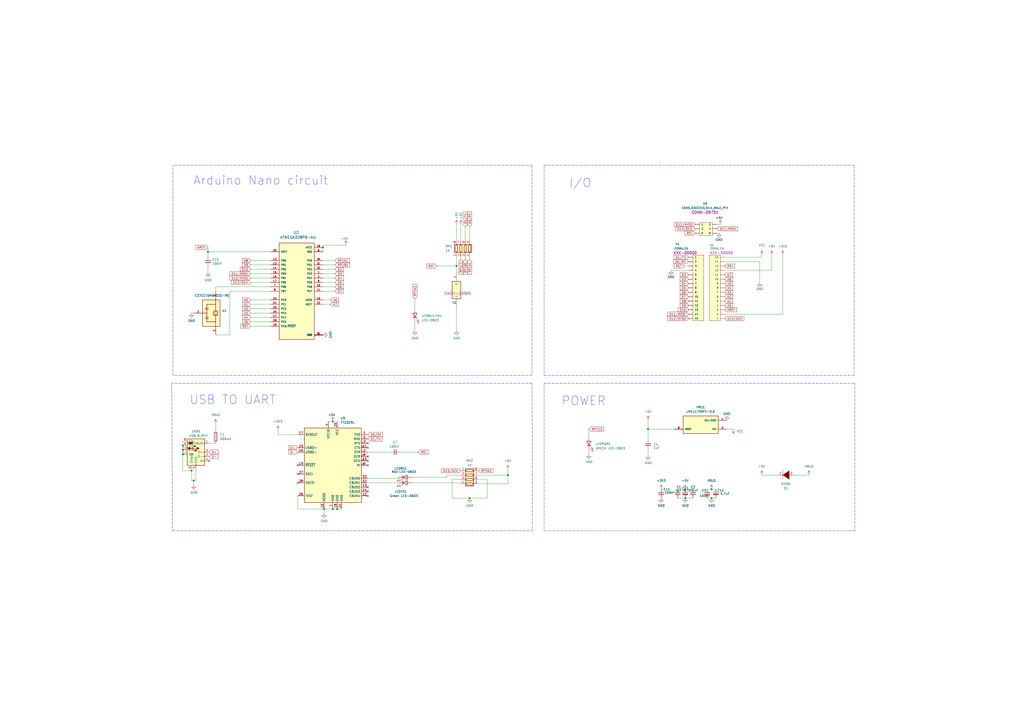
<source format=kicad_sch>
(kicad_sch (version 20211123) (generator eeschema)
  (paper "A2")
  (lib_symbols
    (symbol "CSTCE16M0V53Z-R0:CSTCE16M0V53Z-R0" (pin_names (offset 1.016))
      (property "Reference" "Y" (at -7.62 6.35 0))
      (property "Value" "CSTCE16M0V53Z-R0" (at 1.27 -6.35 0))
      (symbol "CSTCE16M0V53Z-R0_0_0"
        (rectangle (start -7.62 -5.08) (end 7.62 5.08) (stroke (width 0.254)) (fill (type background)))
        (polyline (pts (xy -7.62 2.54) (xy -5.08 2.54)) (stroke (width 0.254)))
        (polyline (pts (xy -5.08 -2.54) (xy -5.08 2.54)) (stroke (width 0.254)))
        (polyline (pts (xy -5.08 2.54) (xy -1.27 2.54)) (stroke (width 0.254)))
        (polyline (pts (xy -2.8575 -2.54) (xy -5.08 -2.54)) (stroke (width 0.254)))
        (polyline (pts (xy -2.8575 -2.54) (xy -2.8575 -3.4925)) (stroke (width 0.254)))
        (polyline (pts (xy -2.8575 -1.5875) (xy -2.8575 -2.54)) (stroke (width 0.254)))
        (polyline (pts (xy -2.2225 -2.54) (xy -2.2225 -3.4925)) (stroke (width 0.254)))
        (polyline (pts (xy -2.2225 -1.5875) (xy -2.2225 -2.54)) (stroke (width 0.254)))
        (polyline (pts (xy -1.27 2.54) (xy -1.27 1.27)) (stroke (width 0.254)))
        (polyline (pts (xy -1.27 3.81) (xy -1.27 2.54)) (stroke (width 0.254)))
        (polyline (pts (xy -0.635 1.27) (xy -0.635 3.81)) (stroke (width 0.254)))
        (polyline (pts (xy -0.635 3.81) (xy 0.635 3.81)) (stroke (width 0.254)))
        (polyline (pts (xy 0 -5.08) (xy 0 -2.54)) (stroke (width 0.254)))
        (polyline (pts (xy 0 -2.54) (xy -2.2225 -2.54)) (stroke (width 0.254)))
        (polyline (pts (xy 0 -2.54) (xy 2.54 -2.54)) (stroke (width 0.254)))
        (polyline (pts (xy 0.635 1.27) (xy -0.635 1.27)) (stroke (width 0.254)))
        (polyline (pts (xy 0.635 3.81) (xy 0.635 1.27)) (stroke (width 0.254)))
        (polyline (pts (xy 1.27 2.54) (xy 1.27 1.27)) (stroke (width 0.254)))
        (polyline (pts (xy 1.27 2.54) (xy 5.08 2.54)) (stroke (width 0.254)))
        (polyline (pts (xy 1.27 3.81) (xy 1.27 2.54)) (stroke (width 0.254)))
        (polyline (pts (xy 2.54 -2.54) (xy 2.54 -3.4925)) (stroke (width 0.254)))
        (polyline (pts (xy 2.54 -1.5875) (xy 2.54 -2.54)) (stroke (width 0.254)))
        (polyline (pts (xy 3.175 -2.54) (xy 3.175 -3.4925)) (stroke (width 0.254)))
        (polyline (pts (xy 3.175 -2.54) (xy 5.08 -2.54)) (stroke (width 0.254)))
        (polyline (pts (xy 3.175 -1.5875) (xy 3.175 -2.54)) (stroke (width 0.254)))
        (polyline (pts (xy 5.08 -2.54) (xy 5.08 2.54)) (stroke (width 0.254)))
        (polyline (pts (xy 5.08 2.54) (xy 7.62 2.54)) (stroke (width 0.254)))
        (pin input line (at -12.7 2.54 0) (length 5.08) (name "~") (number "1"))
        (pin power_in line (at 0 -10.16 90) (length 5.08) (name "~") (number "2"))
        (pin output line (at 12.7 2.54 180) (length 5.08) (name "~") (number "3"))
      )
    )
    (symbol "Connector:USB_B_Mini" (pin_names (offset 1.016))
      (property "Reference" "USB2" (at 0 12.065 0))
      (property "Value" "USB_B_Mini" (at 1.4478 9.5504 0))
      (symbol "USB_B_Mini_0_1"
        (rectangle (start -5.08 -7.62) (end 5.08 7.62) (stroke (width 0.254)) (fill (type background)))
        (circle (center -3.81 2.159) (radius 0.635) (stroke (width 0.254)) (fill (type outline)))
        (circle (center -0.635 3.429) (radius 0.381) (stroke (width 0.254)) (fill (type outline)))
        (rectangle (start -0.127 -7.62) (end 0.127 -6.858))
        (polyline (pts (xy -1.905 2.159) (xy 0.635 2.159)) (stroke (width 0.254)))
        (polyline (pts (xy -3.175 2.159) (xy -2.54 2.159) (xy -1.27 3.429) (xy -0.635 3.429)) (stroke (width 0.254)))
        (polyline (pts (xy -2.54 2.159) (xy -1.905 2.159) (xy -1.27 0.889) (xy 0 0.889)) (stroke (width 0.254)))
        (polyline (pts (xy 0.635 2.794) (xy 0.635 1.524) (xy 1.905 2.159) (xy 0.635 2.794)) (stroke (width 0.254)) (fill (type outline)))
        (polyline (pts (xy -4.318 5.588) (xy -1.778 5.588) (xy -2.032 4.826) (xy -4.064 4.826) (xy -4.318 5.588)) (fill (type outline)))
        (polyline (pts (xy -4.699 5.842) (xy -4.699 5.588) (xy -4.445 4.826) (xy -4.445 4.572) (xy -1.651 4.572) (xy -1.651 4.826) (xy -1.397 5.588) (xy -1.397 5.842) (xy -4.699 5.842)))
        (rectangle (start 0.254 1.27) (end -0.508 0.508) (stroke (width 0.254)) (fill (type outline)))
        (rectangle (start 5.08 -5.207) (end 4.318 -4.953))
        (rectangle (start 5.08 -2.667) (end 4.318 -2.413))
        (rectangle (start 5.08 -0.127) (end 4.318 0.127))
        (rectangle (start 5.08 4.953) (end 4.318 5.207))
      )
      (symbol "USB_B_Mini_1_1"
        (pin power_out line (at 7.62 5.08 180) (length 2.54) (name "VBUS") (number "1"))
        (pin passive line (at -7.62 1.27 0) (length 2.54) (name "CH") (number "10"))
        (pin passive line (at -7.62 -1.27 0) (length 2.54) (name "CH") (number "11"))
        (pin bidirectional line (at 7.62 -2.54 180) (length 2.54) (name "D-") (number "2"))
        (pin bidirectional line (at 7.62 0 180) (length 2.54) (name "D+") (number "3"))
        (pin passive line (at 7.62 -5.08 180) (length 2.54) (name "ID") (number "4"))
        (pin power_out line (at 0 -10.16 90) (length 2.54) (name "GND") (number "5"))
        (pin passive line (at -2.54 -10.16 90) (length 2.54) (name "Shield") (number "6"))
        (pin passive line (at -7.62 6.35 0) (length 2.54) (name "CH") (number "8"))
        (pin passive line (at -7.62 3.81 0) (length 2.54) (name "CH") (number "9"))
      )
    )
    (symbol "Device:C_Polarized_Small" (pin_numbers hide) (pin_names (offset 0.254) hide)
      (property "Reference" "C" (at 0.254 1.778 0))
      (property "Value" "C_Polarized_Small" (at 0.254 -2.032 0))
      (symbol "C_Polarized_Small_0_1"
        (rectangle (start -1.524 -0.3048) (end 1.524 -0.6858) (fill (type outline)))
        (rectangle (start -1.524 0.6858) (end 1.524 0.3048))
        (polyline (pts (xy -1.27 1.524) (xy -0.762 1.524)))
        (polyline (pts (xy -1.016 1.27) (xy -1.016 1.778)))
      )
      (symbol "C_Polarized_Small_1_1"
        (pin passive line (at 0 2.54 270) (length 1.8542) (name "~") (number "1"))
        (pin passive line (at 0 -2.54 90) (length 1.8542) (name "~") (number "2"))
      )
    )
    (symbol "Device:C_Small" (pin_numbers hide) (pin_names (offset 0.254) hide)
      (property "Reference" "C" (at 0.254 1.778 0))
      (property "Value" "C_Small" (at 0.254 -2.032 0))
      (symbol "C_Small_0_1"
        (polyline (pts (xy -1.524 -0.508) (xy 1.524 -0.508)) (stroke (width 0.3302)))
        (polyline (pts (xy -1.524 0.508) (xy 1.524 0.508)) (stroke (width 0.3048)))
      )
      (symbol "C_Small_1_1"
        (pin passive line (at 0 2.54 270) (length 2.032) (name "~") (number "1"))
        (pin passive line (at 0 -2.54 90) (length 2.032) (name "~") (number "2"))
      )
    )
    (symbol "Device:Fuse" (pin_numbers hide) (pin_names (offset 0))
      (property "Reference" "F" (at 2.032 0 90))
      (property "Value" "Fuse" (at -1.905 0 90))
      (symbol "Fuse_0_1"
        (rectangle (start -0.762 -2.54) (end 0.762 2.54) (stroke (width 0.254)))
        (polyline (pts (xy 0 2.54) (xy 0 -2.54)))
      )
      (symbol "Fuse_1_1"
        (pin passive line (at 0 3.81 270) (length 1.27) (name "~") (number "1"))
        (pin passive line (at 0 -3.81 90) (length 1.27) (name "~") (number "2"))
      )
    )
    (symbol "Device:LED" (pin_numbers hide) (pin_names (offset 1.016) hide)
      (property "Reference" "D" (at 0 2.54 0))
      (property "Value" "LED" (at 0 -2.54 0))
      (symbol "LED_0_1"
        (polyline (pts (xy -1.27 -1.27) (xy -1.27 1.27)) (stroke (width 0.254)))
        (polyline (pts (xy -1.27 0) (xy 1.27 0)))
        (polyline (pts (xy 1.27 -1.27) (xy 1.27 1.27) (xy -1.27 0) (xy 1.27 -1.27)) (stroke (width 0.254)))
        (polyline (pts (xy -3.048 -0.762) (xy -4.572 -2.286) (xy -3.81 -2.286) (xy -4.572 -2.286) (xy -4.572 -1.524)))
        (polyline (pts (xy -1.778 -0.762) (xy -3.302 -2.286) (xy -2.54 -2.286) (xy -3.302 -2.286) (xy -3.302 -1.524)))
      )
      (symbol "LED_1_1"
        (pin passive line (at -3.81 0 0) (length 2.54) (name "K") (number "1"))
        (pin passive line (at 3.81 0 180) (length 2.54) (name "A") (number "2"))
      )
    )
    (symbol "Device:R_Pack04" (pin_names (offset 0) hide)
      (property "Reference" "RN" (at -7.62 0 90))
      (property "Value" "R_Pack04" (at 5.08 0 90))
      (symbol "R_Pack04_0_1"
        (rectangle (start -6.35 -2.413) (end 3.81 2.413) (stroke (width 0.254)) (fill (type background)))
        (rectangle (start -5.715 1.905) (end -4.445 -1.905) (stroke (width 0.254)))
        (rectangle (start -3.175 1.905) (end -1.905 -1.905) (stroke (width 0.254)))
        (rectangle (start -0.635 1.905) (end 0.635 -1.905) (stroke (width 0.254)))
        (polyline (pts (xy -5.08 -2.54) (xy -5.08 -1.905)))
        (polyline (pts (xy -5.08 1.905) (xy -5.08 2.54)))
        (polyline (pts (xy -2.54 -2.54) (xy -2.54 -1.905)))
        (polyline (pts (xy -2.54 1.905) (xy -2.54 2.54)))
        (polyline (pts (xy 0 -2.54) (xy 0 -1.905)))
        (polyline (pts (xy 0 1.905) (xy 0 2.54)))
        (polyline (pts (xy 2.54 -2.54) (xy 2.54 -1.905)))
        (polyline (pts (xy 2.54 1.905) (xy 2.54 2.54)))
        (rectangle (start 1.905 1.905) (end 3.175 -1.905) (stroke (width 0.254)))
      )
      (symbol "R_Pack04_1_1"
        (pin passive line (at -5.08 -5.08 90) (length 2.54) (name "R1.1") (number "1"))
        (pin passive line (at -2.54 -5.08 90) (length 2.54) (name "R2.1") (number "2"))
        (pin passive line (at 0 -5.08 90) (length 2.54) (name "R3.1") (number "3"))
        (pin passive line (at 2.54 -5.08 90) (length 2.54) (name "R4.1") (number "4"))
        (pin passive line (at 2.54 5.08 270) (length 2.54) (name "R4.2") (number "5"))
        (pin passive line (at 0 5.08 270) (length 2.54) (name "R3.2") (number "6"))
        (pin passive line (at -2.54 5.08 270) (length 2.54) (name "R2.2") (number "7"))
        (pin passive line (at -5.08 5.08 270) (length 2.54) (name "R1.2") (number "8"))
      )
    )
    (symbol "Interface_USB:FT232RL"
      (property "Reference" "U" (at -16.51 22.86 0))
      (property "Value" "FT232RL" (at 10.16 22.86 0))
      (symbol "FT232RL_0_1"
        (rectangle (start -16.51 21.59) (end 16.51 -21.59) (stroke (width 0.254)) (fill (type background)))
      )
      (symbol "FT232RL_1_1"
        (pin output line (at 20.32 17.78 180) (length 3.81) (name "TXD") (number "1"))
        (pin input input_low (at 20.32 2.54 180) (length 3.81) (name "DCD") (number "10"))
        (pin input input_low (at 20.32 10.16 180) (length 3.81) (name "CTS") (number "11"))
        (pin bidirectional line (at 20.32 -17.78 180) (length 3.81) (name "CBUS4") (number "12"))
        (pin bidirectional line (at 20.32 -12.7 180) (length 3.81) (name "CBUS2") (number "13"))
        (pin bidirectional line (at 20.32 -15.24 180) (length 3.81) (name "CBUS3") (number "14"))
        (pin bidirectional line (at -20.32 10.16 0) (length 3.81) (name "USBD+") (number "15"))
        (pin bidirectional line (at -20.32 7.62 0) (length 3.81) (name "USBD-") (number "16"))
        (pin power_out line (at -20.32 17.78 0) (length 3.81) (name "3V3OUT") (number "17"))
        (pin power_in line (at 2.54 -25.4 90) (length 3.81) (name "GND") (number "18"))
        (pin input line (at -20.32 0 0) (length 3.81) (name "~{RESET}") (number "19"))
        (pin output output_low (at 20.32 7.62 180) (length 3.81) (name "DTR") (number "2"))
        (pin power_in line (at 2.54 25.4 270) (length 3.81) (name "VCC") (number "20"))
        (pin power_in line (at 5.08 -25.4 90) (length 3.81) (name "GND") (number "21"))
        (pin bidirectional line (at 20.32 -10.16 180) (length 3.81) (name "CBUS1") (number "22"))
        (pin bidirectional line (at 20.32 -7.62 180) (length 3.81) (name "CBUS0") (number "23"))
        (pin power_in line (at -5.08 -25.4 90) (length 3.81) (name "AGND") (number "25"))
        (pin input line (at -20.32 -17.78 0) (length 3.81) (name "TEST") (number "26"))
        (pin input line (at -20.32 -5.08 0) (length 3.81) (name "OSCI") (number "27"))
        (pin output line (at -20.32 -10.16 0) (length 3.81) (name "OSCO") (number "28"))
        (pin output output_low (at 20.32 12.7 180) (length 3.81) (name "RTS") (number "3"))
        (pin power_in line (at -2.54 25.4 270) (length 3.81) (name "VCCIO") (number "4"))
        (pin input line (at 20.32 15.24 180) (length 3.81) (name "RXD") (number "5"))
        (pin input input_low (at 20.32 0 180) (length 3.81) (name "RI") (number "6"))
        (pin power_in line (at 0 -25.4 90) (length 3.81) (name "GND") (number "7"))
        (pin input input_low (at 20.32 5.08 180) (length 3.81) (name "DCR") (number "9"))
      )
    )
    (symbol "LM1117IMPX-5.0:LM1117IMPX-5.0" (pin_names (offset 1.016))
      (property "Reference" "VR" (at -10.16 6.35 0))
      (property "Value" "LM1117IMPX-5.0" (at -10.16 -7.62 0))
      (symbol "LM1117IMPX-5.0_0_0"
        (rectangle (start -10.16 -5.08) (end 10.16 5.08) (stroke (width 0.254)) (fill (type background)))
        (pin input line (at -15.24 -2.54 0) (length 5.08) (name "ADJ/GND") (number "1"))
        (pin output line (at 15.24 2.54 180) (length 5.08) (name "VOUT") (number "2"))
        (pin input line (at -15.24 2.54 0) (length 5.08) (name "VIN") (number "3"))
        (pin output line (at 15.24 2.54 180) (length 5.08) (name "VOUT") (number "4"))
      )
    )
    (symbol "SKRK:SKRKAEE010" (pin_names (offset 1.016))
      (property "Reference" "S" (at 10.1893 5.0946 0))
      (property "Value" "SKRKAEE010" (at 10.1811 -5.0906 0))
      (symbol "SKRKAEE010_0_0"
        (rectangle (start 5.08 -2.54) (end 15.24 2.54) (stroke (width 0.254)) (fill (type background)))
        (pin passive line (at 0 0 0) (length 5.08) (name "1") (number "1"))
        (pin passive line (at 20.32 0 180) (length 5.08) (name "2") (number "2"))
      )
    )
    (symbol "SparkFun Connector Lib:CONN_03X22X3_SILK_MALE_PTH" (pin_numbers hide) (pin_names (offset 1.016))
      (property "Reference" "H3" (at -0.635 14.605 0))
      (property "Value" "CONN_03X22X3_SILK_MALE_PTH" (at -0.635 12.065 0))
      (property "Field4" "CONN-09701" (at -0.635 9.525 0))
      (symbol "CONN_03X22X3_SILK_MALE_PTH_0_1"
        (rectangle (start 3.81 -3.81) (end -3.81 3.81) (fill (type background)))
      )
      (symbol "CONN_03X22X3_SILK_MALE_PTH_1_1"
        (pin passive line (at -6.35 2.54 0) (length 2.54) (name "1") (number "1"))
        (pin passive line (at 6.35 2.54 180) (length 2.54) (name "2") (number "2"))
        (pin passive line (at -6.35 0 0) (length 2.54) (name "3") (number "3"))
        (pin passive line (at 6.35 0 180) (length 2.54) (name "4") (number "4"))
        (pin passive line (at -6.35 -2.54 0) (length 2.54) (name "5") (number "5"))
        (pin passive line (at 6.35 -2.54 180) (length 2.54) (name "6") (number "6"))
      )
    )
    (symbol "SparkFun Connector Lib:CONN_15" (pin_numbers hide) (pin_names (offset 1.016))
      (property "Reference" "J" (at -6.35 38.1 0))
      (property "Value" "CONN_15" (at -6.35 -3.81 0))
      (property "Field4" "XXX-00000" (at 0 41.91 0))
      (symbol "CONN_15_0_1"
        (rectangle (start 0 -1.27) (end -6.35 36.83) (fill (type background)))
      )
      (symbol "CONN_15_1_1"
        (pin passive line (at 2.54 0 180) (length 2.54) (name "1") (number "1"))
        (pin passive line (at 2.54 22.86 180) (length 2.54) (name "10") (number "10"))
        (pin passive line (at 2.54 25.4 180) (length 2.54) (name "11") (number "11"))
        (pin passive line (at 2.54 27.94 180) (length 2.54) (name "12") (number "12"))
        (pin passive line (at 2.54 30.48 180) (length 2.54) (name "13") (number "13"))
        (pin passive line (at 2.54 33.02 180) (length 2.54) (name "14") (number "14"))
        (pin passive line (at 2.54 35.56 180) (length 2.54) (name "15") (number "15"))
        (pin passive line (at 2.54 2.54 180) (length 2.54) (name "2") (number "2"))
        (pin passive line (at 2.54 5.08 180) (length 2.54) (name "3") (number "3"))
        (pin passive line (at 2.54 7.62 180) (length 2.54) (name "4") (number "4"))
        (pin passive line (at 2.54 10.16 180) (length 2.54) (name "5") (number "5"))
        (pin passive line (at 2.54 12.7 180) (length 2.54) (name "6") (number "6"))
        (pin passive line (at 2.54 15.24 180) (length 2.54) (name "7") (number "7"))
        (pin passive line (at 2.54 17.78 180) (length 2.54) (name "8") (number "8"))
        (pin passive line (at 2.54 20.32 180) (length 2.54) (name "9") (number "9"))
      )
    )
    (symbol "atmega328p au:ATMEGA328P-AU" (pin_names (offset 1.016))
      (property "Reference" "U" (at -10.1755 29.2546 0))
      (property "Value" "ATMEGA328P-AU" (at -10.1669 -31.7714 0))
      (symbol "ATMEGA328P-AU_0_0"
        (rectangle (start -10.16 -27.94) (end 10.16 27.94) (stroke (width 0.254)) (fill (type background)))
        (pin bidirectional line (at 15.24 10.16 180) (length 5.08) (name "PD3") (number "1"))
        (pin bidirectional line (at 15.24 2.54 180) (length 5.08) (name "PD6") (number "10"))
        (pin bidirectional line (at 15.24 0 180) (length 5.08) (name "PD7") (number "11"))
        (pin bidirectional line (at -15.24 17.78 0) (length 5.08) (name "PB0") (number "12"))
        (pin bidirectional line (at -15.24 15.24 0) (length 5.08) (name "PB1") (number "13"))
        (pin bidirectional line (at -15.24 12.7 0) (length 5.08) (name "PB2") (number "14"))
        (pin bidirectional line (at -15.24 10.16 0) (length 5.08) (name "PB3") (number "15"))
        (pin bidirectional line (at -15.24 7.62 0) (length 5.08) (name "PB4") (number "16"))
        (pin bidirectional line (at -15.24 5.08 0) (length 5.08) (name "PB5") (number "17"))
        (pin power_in line (at 15.24 25.4 180) (length 5.08) (name "AVCC") (number "18"))
        (pin bidirectional line (at 15.24 -5.08 180) (length 5.08) (name "ADC6") (number "19"))
        (pin bidirectional line (at 15.24 7.62 180) (length 5.08) (name "PD4") (number "2"))
        (pin input line (at -15.24 22.86 0) (length 5.08) (name "AREF") (number "20"))
        (pin power_in line (at 15.24 -25.4 180) (length 5.08) (name "GND") (number "21"))
        (pin bidirectional line (at 15.24 -7.62 180) (length 5.08) (name "ADC7") (number "22"))
        (pin bidirectional line (at -15.24 -5.08 0) (length 5.08) (name "PC0") (number "23"))
        (pin bidirectional line (at -15.24 -7.62 0) (length 5.08) (name "PC1") (number "24"))
        (pin bidirectional line (at -15.24 -10.16 0) (length 5.08) (name "PC2") (number "25"))
        (pin bidirectional line (at -15.24 -12.7 0) (length 5.08) (name "PC3") (number "26"))
        (pin bidirectional line (at -15.24 -15.24 0) (length 5.08) (name "PC4") (number "27"))
        (pin bidirectional line (at -15.24 -17.78 0) (length 5.08) (name "PC5") (number "28"))
        (pin bidirectional line (at -15.24 -20.32 0) (length 5.08) (name "PC6/~{RESET}") (number "29"))
        (pin power_in line (at 15.24 -25.4 180) (length 5.08) (name "GND") (number "3"))
        (pin bidirectional line (at 15.24 17.78 180) (length 5.08) (name "PD0") (number "30"))
        (pin bidirectional line (at 15.24 15.24 180) (length 5.08) (name "PD1") (number "31"))
        (pin bidirectional line (at 15.24 12.7 180) (length 5.08) (name "PD2") (number "32"))
        (pin power_in line (at 15.24 22.86 180) (length 5.08) (name "VCC") (number "4"))
        (pin power_in line (at 15.24 -25.4 180) (length 5.08) (name "GND") (number "5"))
        (pin power_in line (at 15.24 22.86 180) (length 5.08) (name "VCC") (number "6"))
        (pin bidirectional line (at -15.24 2.54 0) (length 5.08) (name "PB6") (number "7"))
        (pin bidirectional line (at -15.24 0 0) (length 5.08) (name "PB7") (number "8"))
        (pin bidirectional line (at 15.24 5.08 180) (length 5.08) (name "PD5") (number "9"))
      )
    )
    (symbol "power:+3V3" (power) (pin_names (offset 0))
      (property "Value" "+3V3" (at 0 3.556 0))
      (symbol "+3V3_0_1"
        (polyline (pts (xy -0.762 1.27) (xy 0 2.54)))
        (polyline (pts (xy 0 0) (xy 0 2.54)))
        (polyline (pts (xy 0 2.54) (xy 0.762 1.27)))
      )
      (symbol "+3V3_1_1"
        (pin power_in line (at 0 0 90) (length 0) hide (name "+3V3") (number "1"))
      )
    )
    (symbol "power:+5V" (power) (pin_names (offset 0))
      (property "Value" "+5V" (at 0 3.556 0))
      (symbol "+5V_0_1"
        (polyline (pts (xy -0.762 1.27) (xy 0 2.54)))
        (polyline (pts (xy 0 0) (xy 0 2.54)))
        (polyline (pts (xy 0 2.54) (xy 0.762 1.27)))
      )
      (symbol "+5V_1_1"
        (pin power_in line (at 0 0 90) (length 0) hide (name "+5V") (number "1"))
      )
    )
    (symbol "power:GND" (power) (pin_names (offset 0))
      (property "Value" "GND" (at 0 -3.81 0))
      (symbol "GND_0_1"
        (polyline (pts (xy 0 0) (xy 0 -1.27) (xy 1.27 -1.27) (xy 0 -2.54) (xy -1.27 -1.27) (xy 0 -1.27)))
      )
      (symbol "GND_1_1"
        (pin power_in line (at 0 0 270) (length 0) hide (name "GND") (number "1"))
      )
    )
    (symbol "power:VBUS" (power) (pin_names (offset 0))
      (property "Value" "VBUS" (at 0 3.81 0))
      (symbol "VBUS_0_1"
        (polyline (pts (xy -0.762 1.27) (xy 0 2.54)))
        (polyline (pts (xy 0 0) (xy 0 2.54)))
        (polyline (pts (xy 0 2.54) (xy 0.762 1.27)))
      )
      (symbol "VBUS_1_1"
        (pin power_in line (at 0 0 90) (length 0) hide (name "VBUS") (number "1"))
      )
    )
    (symbol "power:VCC" (power) (pin_names (offset 0))
      (property "Value" "VCC" (at 0 3.81 0))
      (symbol "VCC_0_1"
        (polyline (pts (xy -0.762 1.27) (xy 0 2.54)))
        (polyline (pts (xy 0 0) (xy 0 2.54)))
        (polyline (pts (xy 0 2.54) (xy 0.762 1.27)))
      )
      (symbol "VCC_1_1"
        (pin power_in line (at 0 0 90) (length 0) hide (name "VCC") (number "1"))
      )
    )
    (symbol "pspice:DIODE" (pin_names (offset 1.016) hide)
      (property "Reference" "D1" (at 0 7.62 0))
      (property "Value" "DIODE" (at 0 5.08 0))
      (symbol "DIODE_0_1"
        (polyline (pts (xy 1.905 2.54) (xy 1.905 -2.54)))
        (polyline (pts (xy -1.905 2.54) (xy -1.905 -2.54) (xy 1.905 0)) (fill (type outline)))
      )
      (symbol "DIODE_1_1"
        (pin input line (at 5.08 0 180) (length 3.81) (name "A") (number "1"))
        (pin input line (at -5.08 0 0) (length 3.81) (name "K") (number "2"))
      )
    )
  )
  (junction (at 120.65 146.05))
  (junction (at 106.045 260.985))
  (junction (at 272.415 288.925))
  (junction (at 193.04 244.475))
  (junction (at 397.51 288.925))
  (junction (at 294.64 275.59))
  (junction (at 375.92 248.92))
  (junction (at 111.125 273.05))
  (junction (at 264.795 154.305))
  (junction (at 195.58 295.275))
  (junction (at 187.96 295.275))
  (junction (at 106.045 263.525))
  (junction (at 412.75 283.845))
  (junction (at 193.04 295.275))
  (junction (at 397.51 283.845))
  (junction (at 187.325 143.51))
  (junction (at 112.395 278.765))
  (junction (at 412.75 288.925))
  (junction (at 106.045 258.445))
  (no_connect (at 213.36 267.335))
  (no_connect (at 213.36 282.575))
  (no_connect (at 213.36 257.175))
  (no_connect (at 213.36 285.115))
  (no_connect (at 172.72 269.875))
  (no_connect (at 121.285 267.335))
  (no_connect (at 213.36 287.655))
  (no_connect (at 172.72 274.955))
  (no_connect (at 172.72 280.035))
  (no_connect (at 213.36 264.795))
  (no_connect (at 213.36 269.875))
  (no_connect (at 213.36 259.715))
  (wire (pts (xy 156.845 161.29) (xy 145.415 161.29)))
  (polyline (pts (xy 315.595 95.885) (xy 315.595 217.805)))
  (wire (pts (xy 121.285 257.175) (xy 125.095 257.175)))
  (wire (pts (xy 469.265 275.59) (xy 461.01 275.59)))
  (wire (pts (xy 294.64 272.415) (xy 294.64 275.59)))
  (wire (pts (xy 259.08 275.59) (xy 267.335 275.59)))
  (wire (pts (xy 187.325 153.67) (xy 194.31 153.67)))
  (wire (pts (xy 145.415 186.69) (xy 156.845 186.69)))
  (wire (pts (xy 111.125 278.765) (xy 112.395 278.765)))
  (wire (pts (xy 269.875 150.495) (xy 269.875 149.225)))
  (wire (pts (xy 425.45 248.92) (xy 421.64 248.92)))
  (wire (pts (xy 111.125 273.05) (xy 111.125 278.765)))
  (wire (pts (xy 267.335 130.175) (xy 267.335 139.065)))
  (polyline (pts (xy 315.595 222.25) (xy 495.935 222.25)))
  (wire (pts (xy 412.75 288.925) (xy 415.29 288.925)))
  (wire (pts (xy 441.96 275.59) (xy 450.85 275.59)))
  (wire (pts (xy 267.335 150.495) (xy 267.335 149.225)))
  (wire (pts (xy 341.63 260.985) (xy 341.63 263.525)))
  (wire (pts (xy 187.325 151.13) (xy 194.31 151.13)))
  (wire (pts (xy 441.96 147.955) (xy 441.96 149.225)))
  (wire (pts (xy 120.65 146.05) (xy 120.65 149.225)))
  (wire (pts (xy 106.045 260.985) (xy 106.045 263.525)))
  (wire (pts (xy 410.21 288.925) (xy 412.75 288.925)))
  (wire (pts (xy 120.65 143.51) (xy 120.65 146.05)))
  (wire (pts (xy 195.58 295.275) (xy 198.12 295.275)))
  (wire (pts (xy 106.045 258.445) (xy 106.045 260.985)))
  (wire (pts (xy 156.845 179.07) (xy 145.415 179.07)))
  (wire (pts (xy 161.29 252.095) (xy 172.72 252.095)))
  (wire (pts (xy 187.325 161.29) (xy 194.31 161.29)))
  (wire (pts (xy 172.72 287.655) (xy 172.72 295.275)))
  (wire (pts (xy 264.795 154.305) (xy 264.795 158.115)))
  (wire (pts (xy 187.325 158.75) (xy 194.31 158.75)))
  (wire (pts (xy 272.415 150.495) (xy 272.415 149.225)))
  (wire (pts (xy 412.75 283.845) (xy 415.29 283.845)))
  (wire (pts (xy 112.395 278.765) (xy 113.665 278.765)))
  (wire (pts (xy 187.325 166.37) (xy 194.31 166.37)))
  (wire (pts (xy 269.875 131.445) (xy 269.875 139.065)))
  (polyline (pts (xy 495.427 95.885) (xy 315.595 95.885)))
  (wire (pts (xy 282.575 288.925) (xy 272.415 288.925)))
  (wire (pts (xy 264.795 149.225) (xy 264.795 154.305)))
  (polyline (pts (xy 308.61 222.25) (xy 99.695 222.25)))
  (wire (pts (xy 240.665 173.355) (xy 240.665 179.07)))
  (wire (pts (xy 187.325 176.53) (xy 191.77 176.53)))
  (wire (pts (xy 125.095 166.37) (xy 125.095 168.91)))
  (wire (pts (xy 294.64 280.67) (xy 294.64 275.59)))
  (wire (pts (xy 111.125 272.415) (xy 111.125 273.05)))
  (wire (pts (xy 145.415 163.83) (xy 156.845 163.83)))
  (wire (pts (xy 187.325 142.24) (xy 187.325 143.51)))
  (wire (pts (xy 282.575 278.13) (xy 282.575 288.925)))
  (wire (pts (xy 375.92 255.27) (xy 375.92 248.92)))
  (wire (pts (xy 259.08 276.86) (xy 259.08 275.59)))
  (wire (pts (xy 156.845 146.05) (xy 120.65 146.05)))
  (wire (pts (xy 410.21 283.845) (xy 412.75 283.845)))
  (wire (pts (xy 420.37 149.225) (xy 441.96 149.225)))
  (wire (pts (xy 264.795 130.175) (xy 264.795 139.065)))
  (wire (pts (xy 193.04 295.275) (xy 195.58 295.275)))
  (wire (pts (xy 294.64 275.59) (xy 277.495 275.59)))
  (wire (pts (xy 238.76 276.86) (xy 259.08 276.86)))
  (wire (pts (xy 375.92 243.84) (xy 375.92 248.92)))
  (polyline (pts (xy 495.427 95.885) (xy 495.427 217.805)))
  (wire (pts (xy 156.845 158.75) (xy 145.415 158.75)))
  (wire (pts (xy 120.65 158.115) (xy 120.65 154.305)))
  (polyline (pts (xy 100.33 217.805) (xy 100.33 95.885)))
  (wire (pts (xy 106.045 273.05) (xy 111.125 273.05)))
  (wire (pts (xy 161.29 252.095) (xy 161.29 249.555)))
  (wire (pts (xy 242.57 262.255) (xy 231.775 262.255)))
  (wire (pts (xy 264.795 154.305) (xy 253.365 154.305)))
  (wire (pts (xy 267.335 278.13) (xy 262.255 278.13)))
  (wire (pts (xy 213.36 280.035) (xy 231.14 280.035)))
  (polyline (pts (xy 495.935 307.975) (xy 315.595 307.975)))
  (wire (pts (xy 106.045 255.905) (xy 106.045 258.445)))
  (wire (pts (xy 375.92 260.35) (xy 375.92 264.16)))
  (wire (pts (xy 133.35 194.31) (xy 125.095 194.31)))
  (wire (pts (xy 193.04 244.475) (xy 195.58 244.475)))
  (wire (pts (xy 447.675 147.955) (xy 447.675 156.845)))
  (wire (pts (xy 145.415 184.15) (xy 156.845 184.15)))
  (wire (pts (xy 393.065 288.925) (xy 397.51 288.925)))
  (wire (pts (xy 238.76 280.035) (xy 267.335 280.035)))
  (wire (pts (xy 262.255 278.13) (xy 262.255 288.925)))
  (polyline (pts (xy 315.595 222.25) (xy 315.595 307.975)))
  (wire (pts (xy 396.875 154.305) (xy 399.415 154.305)))
  (wire (pts (xy 113.665 278.765) (xy 113.665 272.415)))
  (wire (pts (xy 389.255 156.845) (xy 399.415 156.845)))
  (wire (pts (xy 200.66 142.24) (xy 187.325 142.24)))
  (wire (pts (xy 440.69 151.765) (xy 440.69 163.83)))
  (wire (pts (xy 156.845 173.99) (xy 145.415 173.99)))
  (polyline (pts (xy 308.61 95.885) (xy 308.61 217.805)))
  (wire (pts (xy 145.415 189.23) (xy 156.845 189.23)))
  (wire (pts (xy 341.63 248.92) (xy 341.63 253.365)))
  (wire (pts (xy 156.845 176.53) (xy 145.415 176.53)))
  (polyline (pts (xy 308.61 222.25) (xy 308.864 307.848)))
  (wire (pts (xy 187.325 163.83) (xy 194.31 163.83)))
  (wire (pts (xy 187.325 168.91) (xy 194.31 168.91)))
  (wire (pts (xy 447.675 156.845) (xy 420.37 156.845)))
  (wire (pts (xy 156.845 181.61) (xy 145.415 181.61)))
  (wire (pts (xy 420.37 182.245) (xy 454.025 182.245)))
  (wire (pts (xy 264.795 178.435) (xy 264.795 191.77)))
  (wire (pts (xy 262.255 288.925) (xy 272.415 288.925)))
  (wire (pts (xy 417.195 135.255) (xy 415.925 135.255)))
  (wire (pts (xy 213.36 262.255) (xy 226.695 262.255)))
  (wire (pts (xy 240.665 191.77) (xy 240.665 186.69)))
  (wire (pts (xy 111.125 181.61) (xy 112.395 181.61)))
  (wire (pts (xy 397.51 283.845) (xy 401.955 283.845)))
  (wire (pts (xy 187.325 156.21) (xy 194.31 156.21)))
  (polyline (pts (xy 308.61 95.885) (xy 100.33 95.885)))
  (wire (pts (xy 277.495 278.13) (xy 282.575 278.13)))
  (wire (pts (xy 156.845 168.91) (xy 133.35 168.91)))
  (wire (pts (xy 440.69 151.765) (xy 420.37 151.765)))
  (wire (pts (xy 417.83 130.175) (xy 415.925 130.175)))
  (polyline (pts (xy 99.949 307.848) (xy 308.864 307.848)))
  (wire (pts (xy 145.415 151.13) (xy 156.845 151.13)))
  (wire (pts (xy 375.92 248.92) (xy 391.16 248.92)))
  (wire (pts (xy 125.095 245.745) (xy 125.095 249.555)))
  (wire (pts (xy 213.36 277.495) (xy 231.14 277.495)))
  (wire (pts (xy 277.495 280.67) (xy 294.64 280.67)))
  (wire (pts (xy 187.96 295.275) (xy 193.04 295.275)))
  (wire (pts (xy 272.415 131.445) (xy 272.415 139.065)))
  (wire (pts (xy 133.35 168.91) (xy 133.35 194.31)))
  (wire (pts (xy 145.415 156.21) (xy 156.845 156.21)))
  (polyline (pts (xy 315.595 217.805) (xy 495.427 217.805)))
  (polyline (pts (xy 99.695 222.25) (xy 99.949 307.848)))
  (wire (pts (xy 190.5 244.475) (xy 193.04 244.475)))
  (wire (pts (xy 187.325 173.99) (xy 191.77 173.99)))
  (wire (pts (xy 267.335 280.035) (xy 267.335 280.67)))
  (polyline (pts (xy 495.935 222.25) (xy 495.935 307.975)))
  (wire (pts (xy 172.72 295.275) (xy 187.96 295.275)))
  (wire (pts (xy 454.025 182.245) (xy 454.025 147.955)))
  (wire (pts (xy 231.14 277.495) (xy 231.14 276.86)))
  (wire (pts (xy 187.325 143.51) (xy 187.325 146.05)))
  (wire (pts (xy 156.845 166.37) (xy 125.095 166.37)))
  (wire (pts (xy 145.415 153.67) (xy 156.845 153.67)))
  (wire (pts (xy 393.065 283.845) (xy 397.51 283.845)))
  (polyline (pts (xy 308.61 217.805) (xy 100.33 217.805)))
  (wire (pts (xy 106.045 263.525) (xy 106.045 273.05)))
  (wire (pts (xy 187.96 295.275) (xy 187.96 297.815)))
  (wire (pts (xy 397.51 288.925) (xy 401.955 288.925)))
  (wire (pts (xy 112.395 281.305) (xy 112.395 278.765)))
  (text "POWER\n" (at 325.755 235.585 0) (effects (font (size 5.0038 5.0038)) (justify left bottom)))
  (text "I/O\n" (at 330.073 109.22 0) (effects (font (size 5.0038 5.0038)) (justify left bottom)))
  (text "Arduino Nano circuit" (at 112.0902 107.7214 0) (effects (font (size 5.0038 5.0038)) (justify left bottom)))
  (text "USB TO UART\n" (at 109.855 234.95 0) (effects (font (size 5.0038 5.0038)) (justify left bottom)))
  (global_label "RST" (shape input) (at 403.225 135.255 180) (property "Intersheet References" "${INTERSHEET_REFS}" (effects hide)))
  (global_label "A5" (shape input) (at 420.37 164.465 0) (property "Intersheet References" "${INTERSHEET_REFS}" (effects hide)))
  (global_label "D13{slash}SCK" (shape input) (at 403.225 132.715 180) (property "Intersheet References" "${INTERSHEET_REFS}" (effects hide)))
  (global_label "AREF" (shape input) (at 420.37 179.705 0) (property "Intersheet References" "${INTERSHEET_REFS}" (effects hide)))
  (global_label "D12{slash}MISO" (shape input) (at 399.415 184.785 180) (property "Intersheet References" "${INTERSHEET_REFS}" (effects hide)))
  (global_label "A4" (shape input) (at 145.415 184.15 180) (property "Intersheet References" "${INTERSHEET_REFS}" (effects hide)))
  (global_label "RP2A2" (shape input) (at 277.495 273.05 0) (property "Intersheet References" "${INTERSHEET_REFS}" (effects hide)))
  (global_label "D5" (shape input) (at 194.31 163.83 0) (property "Intersheet References" "${INTERSHEET_REFS}" (effects hide)))
  (global_label "D6" (shape input) (at 399.415 169.545 180) (property "Intersheet References" "${INTERSHEET_REFS}" (effects hide)))
  (global_label "D7" (shape input) (at 399.415 172.085 180) (property "Intersheet References" "${INTERSHEET_REFS}" (effects hide)))
  (global_label "AREF" (shape input) (at 120.65 143.51 180) (property "Intersheet References" "${INTERSHEET_REFS}" (effects hide)))
  (global_label "A4" (shape input) (at 420.37 167.005 0) (property "Intersheet References" "${INTERSHEET_REFS}" (effects hide)))
  (global_label "D1{slash}TX" (shape input) (at 399.415 149.225 180) (property "Intersheet References" "${INTERSHEET_REFS}" (effects hide)))
  (global_label "D6" (shape input) (at 194.31 166.37 0) (property "Intersheet References" "${INTERSHEET_REFS}" (effects hide)))
  (global_label "D9" (shape input) (at 399.415 177.165 180) (property "Intersheet References" "${INTERSHEET_REFS}" (effects hide)))
  (global_label "D5" (shape input) (at 399.415 167.005 180) (property "Intersheet References" "${INTERSHEET_REFS}" (effects hide)))
  (global_label "RP1B1" (shape input) (at 269.875 150.495 270) (property "Intersheet References" "${INTERSHEET_REFS}" (effects hide)))
  (global_label "A2" (shape input) (at 145.415 179.07 180) (property "Intersheet References" "${INTERSHEET_REFS}" (effects hide)))
  (global_label "D0{slash}RX" (shape input) (at 399.415 151.765 180) (property "Intersheet References" "${INTERSHEET_REFS}" (effects hide)))
  (global_label "RST" (shape input) (at 253.365 154.305 180) (property "Intersheet References" "${INTERSHEET_REFS}" (effects hide)))
  (global_label "A1" (shape input) (at 420.37 174.625 0) (property "Intersheet References" "${INTERSHEET_REFS}" (effects hide)))
  (global_label "RST" (shape input) (at 420.37 154.305 0) (property "Intersheet References" "${INTERSHEET_REFS}" (effects hide)))
  (global_label "RST" (shape input) (at 145.415 189.23 180) (property "Intersheet References" "${INTERSHEET_REFS}" (effects hide)))
  (global_label "RST" (shape input) (at 396.875 154.305 180) (property "Intersheet References" "${INTERSHEET_REFS}" (effects hide)))
  (global_label "D3" (shape input) (at 194.31 158.75 0) (property "Intersheet References" "${INTERSHEET_REFS}" (effects hide)))
  (global_label "D0{slash}RX" (shape input) (at 272.415 131.445 90) (property "Intersheet References" "${INTERSHEET_REFS}" (effects hide)))
  (global_label "D11{slash}MOSI" (shape input) (at 399.415 182.245 180) (property "Intersheet References" "${INTERSHEET_REFS}" (effects hide)))
  (global_label "A3" (shape input) (at 145.415 181.61 180) (property "Intersheet References" "${INTERSHEET_REFS}" (effects hide)))
  (global_label "D-" (shape input) (at 172.72 262.255 180) (property "Intersheet References" "${INTERSHEET_REFS}" (effects hide)))
  (global_label "D8" (shape input) (at 399.415 174.625 180) (property "Intersheet References" "${INTERSHEET_REFS}" (effects hide)))
  (global_label "A5" (shape input) (at 145.415 186.69 180) (property "Intersheet References" "${INTERSHEET_REFS}" (effects hide)))
  (global_label "A7" (shape input) (at 191.77 176.53 0) (property "Intersheet References" "${INTERSHEET_REFS}" (effects hide)))
  (global_label "D1{slash}TX" (shape input) (at 213.36 254.635 0) (property "Intersheet References" "${INTERSHEET_REFS}" (effects hide)))
  (global_label "A0" (shape input) (at 145.415 173.99 180) (property "Intersheet References" "${INTERSHEET_REFS}" (effects hide)))
  (global_label "RP1C2" (shape input) (at 341.63 248.92 0) (property "Intersheet References" "${INTERSHEET_REFS}" (effects hide)))
  (global_label "RP1C2" (shape input) (at 267.335 150.495 270) (property "Intersheet References" "${INTERSHEET_REFS}" (effects hide)))
  (global_label "D13{slash}SCK" (shape input) (at 420.37 184.785 0) (property "Intersheet References" "${INTERSHEET_REFS}" (effects hide)))
  (global_label "D2" (shape input) (at 194.31 156.21 0) (property "Intersheet References" "${INTERSHEET_REFS}" (effects hide)))
  (global_label "RP1B1" (shape input) (at 194.31 153.67 0) (property "Intersheet References" "${INTERSHEET_REFS}" (effects hide)))
  (global_label "D13{slash}SCK" (shape input) (at 267.335 273.05 180) (property "Intersheet References" "${INTERSHEET_REFS}" (effects hide)))
  (global_label "D3" (shape input) (at 399.415 161.925 180) (property "Intersheet References" "${INTERSHEET_REFS}" (effects hide)))
  (global_label "A2" (shape input) (at 420.37 172.085 0) (property "Intersheet References" "${INTERSHEET_REFS}" (effects hide)))
  (global_label "D7" (shape input) (at 194.31 168.91 0) (property "Intersheet References" "${INTERSHEET_REFS}" (effects hide)))
  (global_label "A3" (shape input) (at 420.37 169.545 0) (property "Intersheet References" "${INTERSHEET_REFS}" (effects hide)))
  (global_label "A6" (shape input) (at 191.77 173.99 0) (property "Intersheet References" "${INTERSHEET_REFS}" (effects hide)))
  (global_label "D12{slash}MISO" (shape input) (at 145.415 161.29 180) (property "Intersheet References" "${INTERSHEET_REFS}" (effects hide)))
  (global_label "RP1A1" (shape input) (at 194.31 151.13 0) (property "Intersheet References" "${INTERSHEET_REFS}" (effects hide)))
  (global_label "D13{slash}SCK" (shape input) (at 145.415 163.83 180) (property "Intersheet References" "${INTERSHEET_REFS}" (effects hide)))
  (global_label "A7" (shape input) (at 420.37 159.385 0) (property "Intersheet References" "${INTERSHEET_REFS}" (effects hide)))
  (global_label "D11{slash}MOSI" (shape input) (at 145.415 158.75 180) (property "Intersheet References" "${INTERSHEET_REFS}" (effects hide)))
  (global_label "D11{slash}MOSI" (shape input) (at 415.925 132.715 0) (property "Intersheet References" "${INTERSHEET_REFS}" (effects hide)))
  (global_label "RP2A2" (shape input) (at 240.665 173.355 90) (property "Intersheet References" "${INTERSHEET_REFS}" (effects hide)))
  (global_label "D9" (shape input) (at 145.415 153.67 180) (property "Intersheet References" "${INTERSHEET_REFS}" (effects hide)))
  (global_label "D+" (shape input) (at 172.72 259.715 180) (property "Intersheet References" "${INTERSHEET_REFS}" (effects hide)))
  (global_label "D+" (shape input) (at 121.285 262.255 0) (property "Intersheet References" "${INTERSHEET_REFS}" (effects hide)))
  (global_label "D10" (shape input) (at 399.415 179.705 180) (property "Intersheet References" "${INTERSHEET_REFS}" (effects hide)))
  (global_label "D12{slash}MISO" (shape input) (at 403.225 130.175 180) (property "Intersheet References" "${INTERSHEET_REFS}" (effects hide)))
  (global_label "D1{slash}TX" (shape input) (at 269.875 131.445 90) (property "Intersheet References" "${INTERSHEET_REFS}" (effects hide)))
  (global_label "A1" (shape input) (at 145.415 176.53 180) (property "Intersheet References" "${INTERSHEET_REFS}" (effects hide)))
  (global_label "D0{slash}RX" (shape input) (at 213.36 252.095 0) (property "Intersheet References" "${INTERSHEET_REFS}" (effects hide)))
  (global_label "D10" (shape input) (at 145.415 156.21 180) (property "Intersheet References" "${INTERSHEET_REFS}" (effects hide)))
  (global_label "A0" (shape input) (at 420.37 177.165 0) (property "Intersheet References" "${INTERSHEET_REFS}" (effects hide)))
  (global_label "RST" (shape input) (at 242.57 262.255 0) (property "Intersheet References" "${INTERSHEET_REFS}" (effects hide)))
  (global_label "D4" (shape input) (at 399.415 164.465 180) (property "Intersheet References" "${INTERSHEET_REFS}" (effects hide)))
  (global_label "RP1A1" (shape input) (at 272.415 150.495 270) (property "Intersheet References" "${INTERSHEET_REFS}" (effects hide)))
  (global_label "D4" (shape input) (at 194.31 161.29 0) (property "Intersheet References" "${INTERSHEET_REFS}" (effects hide)))
  (global_label "D8" (shape input) (at 145.415 151.13 180) (property "Intersheet References" "${INTERSHEET_REFS}" (effects hide)))
  (global_label "D-" (shape input) (at 121.285 264.795 0) (property "Intersheet References" "${INTERSHEET_REFS}" (effects hide)))
  (global_label "D2" (shape input) (at 399.415 159.385 180) (property "Intersheet References" "${INTERSHEET_REFS}" (effects hide)))
  (global_label "A6" (shape input) (at 420.37 161.925 0) (property "Intersheet References" "${INTERSHEET_REFS}" (effects hide)))
  (symbol (lib_id "power:GND") (at 383.54 288.925 0) (unit 1)
    (property "Reference" "#PWR0132" (effects hide))
    (property "Value" "GND" (at 383.667 293.3192 0))
  )
  (symbol (lib_id "power:GND") (at 111.125 181.61 0) (unit 1)
    (property "Reference" "#PWR0104" (effects hide))
    (property "Value" "GND" (at 111.125 186.055 0))
  )
  (symbol (lib_id "power:GND") (at 417.195 135.255 0) (unit 1)
    (property "Reference" "#PWR0107" (effects hide))
    (property "Value" "GND" (at 417.195 139.065 0))
  )
  (symbol (lib_id "pspice:DIODE") (at 455.93 275.59 180) (unit 1)
    (property "Reference" "D1" (at 455.93 283.21 0))
    (property "Value" "DIODE" (at 455.93 280.67 0))
    (property "Footprint" "SS3P3HM3_85A:DIO_SS3P3HM3_85A" (effects hide))
  )
  (symbol (lib_id "power:VBUS") (at 469.265 275.59 0) (unit 1)
    (property "Reference" "#PWR0114" (effects hide))
    (property "Value" "VBUS" (at 469.265 270.51 0))
  )
  (symbol (lib_id "power:+5V") (at 397.51 283.845 0) (unit 1)
    (property "Reference" "#PWR0133" (effects hide))
    (property "Value" "+5V" (at 397.51 278.765 0))
  )
  (symbol (lib_id "Device:Fuse") (at 125.095 253.365 0) (unit 1)
    (property "Reference" "F1" (at 127.635 252.0949 0) (effects (justify left)))
    (property "Value" "500mA" (at 127.635 254.6349 0) (effects (justify left)))
    (property "Footprint" "Fuse:Fuse_1812_4532Metric" (effects hide))
  )
  (symbol (lib_id "power:+5V") (at 294.64 272.415 0) (unit 1)
    (property "Reference" "#PWR0116" (effects hide))
    (property "Value" "+5V" (at 294.64 267.335 0))
  )
  (symbol (lib_id "power:GND") (at 187.325 194.31 90) (unit 1)
    (property "Reference" "#PWR0129" (effects hide))
    (property "Value" "GND" (at 191.7192 194.183 0))
  )
  (symbol (lib_id "power:+5V") (at 264.795 130.175 0) (unit 1)
    (property "Reference" "#PWR0106" (effects hide))
    (property "Value" "+5V" (at 264.795 125.095 90))
  )
  (symbol (lib_id "power:GND") (at 187.96 297.815 0) (unit 1)
    (property "Reference" "#PWR0119" (effects hide))
    (property "Value" "GND" (at 188.087 302.2092 0))
  )
  (symbol (lib_id "power:GND") (at 375.92 264.16 0) (unit 1)
    (property "Reference" "#PWR0123" (effects hide))
    (property "Value" "GND" (at 376.047 268.5542 0))
  )
  (symbol (lib_id "power:GND") (at 421.64 243.84 180) (unit 1)
    (property "Reference" "#PWR0115" (effects hide))
    (property "Value" "GND" (at 421.64 240.03 0))
  )
  (symbol (lib_id "power:+5V") (at 441.96 275.59 0) (unit 1)
    (property "Reference" "#PWR0126" (effects hide))
    (property "Value" "+5V" (at 441.96 270.51 0))
  )
  (symbol (lib_id "Device:R_Pack04") (at 269.875 144.145 0) (unit 1)
    (property "Reference" "RP1" (at 260.35 142.875 0))
    (property "Value" "1K" (at 259.715 145.415 0))
    (property "Footprint" "Resistor_SMD:R_Array_Convex_4x0603" (effects hide))
  )
  (symbol (lib_id "power:GND") (at 264.795 191.77 0) (unit 1)
    (property "Reference" "#PWR0110" (effects hide))
    (property "Value" "GND" (at 264.922 196.1642 0))
  )
  (symbol (lib_id "Device:C_Small") (at 401.955 286.385 0) (unit 1)
    (property "Reference" "C2" (at 400.685 282.575 0) (effects (justify left)))
    (property "Value" "1uF" (at 401.32 284.48 0) (effects (justify left)))
    (property "Footprint" "Capacitor_SMD:C_0603_1608Metric" (effects hide))
  )
  (symbol (lib_id "LM1117IMPX-5.0:LM1117IMPX-5.0") (at 406.4 246.38 180) (unit 1)
    (property "Reference" "VRU1" (at 406.4 236.22 0))
    (property "Value" "LM1117IMPX-5.0" (at 406.4 238.76 0))
    (property "Footprint" "LM1117IMPX:SOT230P700X180-4N" (effects hide))
    (property "PARTREV" "O" (effects hide))
    (property "STANDARD" "IPC 7351B" (effects hide))
    (property "MAXIMUM_PACKAGE_HEIGHT" "1.80 mm" (effects hide))
    (property "MANUFACTURER" "Rochester Electronics/Texas Instruments" (effects hide))
  )
  (symbol (lib_id "atmega328p au:ATMEGA328P-AU") (at 172.085 168.91 0) (unit 1)
    (property "Reference" "U2" (at 171.831 134.874 0) (effects (font (size 1.524 1.524))))
    (property "Value" "ATMEGA328PB-AU" (at 172.847 137.668 0) (effects (font (size 1.524 1.524))))
    (property "Footprint" "ATMEGA328PB-AU:QFP80P900X900X120-32N" (effects hide))
    (property "Datasheet" "http://www.microchip.com/mymicrochip/filehandler.aspx?ddocname=en589666" (effects hide))
    (property "Digi-Key_PN" "ATMEGA328PB-AU-ND" (effects hide))
    (property "MPN" "ATMEGA328PB-AU" (effects hide))
    (property "Category" "Integrated Circuits (ICs)" (effects hide))
    (property "Family" "Embedded - Microcontrollers" (effects hide))
    (property "DK_Datasheet_Link" "http://www.microchip.com/mymicrochip/filehandler.aspx?ddocname=en589666" (effects hide))
    (property "DK_Detail_Page" "/product-detail/en/microchip-technology/ATMEGA328PB-AU/ATMEGA328PB-AU-ND/5638812" (effects hide))
    (property "Description" "IC MCU 8BIT 32KB FLASH 32TQFP" (effects hide))
    (property "Manufacturer" "Microchip Technology" (effects hide))
    (property "Status" "Active" (effects hide))
    (property "MANUFACTURER" "Atmel" (effects hide))
  )
  (symbol (lib_id "Device:C_Small") (at 229.235 262.255 90) (unit 1)
    (property "Reference" "C7" (at 230.505 256.54 90) (effects (justify left)))
    (property "Value" "100nF" (at 231.775 259.08 90) (effects (justify left)))
    (property "Footprint" "Capacitor_SMD:C_0603_1608Metric" (effects hide))
  )
  (symbol (lib_id "power:+5V") (at 375.92 243.84 0) (unit 1)
    (property "Reference" "#PWR0122" (effects hide))
    (property "Value" "+5V" (at 375.92 238.76 0))
  )
  (symbol (lib_id "power:VBUS") (at 412.75 283.845 0) (unit 1)
    (property "Reference" "#PWR0134" (effects hide))
    (property "Value" "VBUS" (at 412.75 278.765 0))
  )
  (symbol (lib_id "SparkFun Connector Lib:CONN_03X22X3_SILK_MALE_PTH") (at 409.575 132.715 0) (unit 1)
    (property "Reference" "H3" (at 408.94 118.11 0) (effects (font (size 1.143 1.143))))
    (property "Value" "CONN_03X22X3_SILK_MALE_PTH" (at 408.94 120.65 0) (effects (font (size 1.143 1.143))))
    (property "Footprint" "Connector_PinHeader_2.54mm:PinHeader_2x03_P2.54mm_Vertical" (effects hide))
    (property "Field4" "CONN-09701" (at 408.94 123.19 0) (effects (font (size 1.524 1.524))))
  )
  (symbol (lib_id "power:GND") (at 440.69 163.83 0) (unit 1)
    (property "Reference" "#PWR0111" (effects hide))
    (property "Value" "GND" (at 440.69 167.64 0))
  )
  (symbol (lib_id "power:GND") (at 272.415 288.925 0) (unit 1)
    (property "Reference" "#PWR0117" (effects hide))
    (property "Value" "GND" (at 272.542 293.3192 0))
  )
  (symbol (lib_id "power:VBUS") (at 125.095 245.745 0) (unit 1)
    (property "Reference" "#PWR0101" (effects hide))
    (property "Value" "VBUS" (at 125.095 240.665 0))
  )
  (symbol (lib_id "Device:LED") (at 234.95 276.86 0) (unit 1)
    (property "Reference" "LEDRX1" (at 232.41 271.78 0))
    (property "Value" "Red LED-0603" (at 234.315 273.685 0))
    (property "Footprint" "LED_SMD:LED_0603_1608Metric" (effects hide))
  )
  (symbol (lib_id "Connector:USB_B_Mini") (at 113.665 262.255 0) (unit 1)
    (property "Reference" "USB2" (at 113.665 250.19 0))
    (property "Value" "USB_B_Mini" (at 115.1128 252.7046 0))
    (property "Footprint" "67503-1020:67503-1020" (effects hide))
  )
  (symbol (lib_id "Device:C_Small") (at 383.54 286.385 0) (unit 1)
    (property "Reference" "C14" (at 384.81 283.845 0) (effects (justify left)))
    (property "Value" "100nF" (at 385.445 285.75 0) (effects (justify left)))
    (property "Footprint" "Capacitor_SMD:C_0603_1608Metric" (effects hide))
  )
  (symbol (lib_id "power:GND") (at 397.51 288.925 0) (unit 1)
    (property "Reference" "#PWR0131" (effects hide))
    (property "Value" "GND" (at 397.637 293.3192 0))
  )
  (symbol (lib_id "power:+5V") (at 417.83 130.175 0) (unit 1)
    (property "Reference" "#PWR0108" (effects hide))
    (property "Value" "+5V" (at 417.195 126.365 0))
  )
  (symbol (lib_id "Device:C_Polarized_Small") (at 397.51 286.385 0) (unit 1)
    (property "Reference" "C11" (at 395.605 283.21 0) (effects (justify left)))
    (property "Value" "4.7Uf" (at 396.24 284.48 0) (effects (justify left)))
    (property "Footprint" "Capacitor_SMD:C_1206_3216Metric_Pad1.33x1.80mm_HandSolder" (effects hide))
  )
  (symbol (lib_id "power:+3V3") (at 161.29 249.555 0) (unit 1)
    (property "Reference" "#PWR0120" (effects hide))
    (property "Value" "+3V3" (at 161.29 244.475 0))
  )
  (symbol (lib_id "Device:R_Pack04") (at 272.415 278.13 270) (unit 1)
    (property "Reference" "RP2" (at 272.415 267.335 90))
    (property "Value" "1K" (at 272.415 269.875 90))
    (property "Footprint" "Resistor_SMD:R_Array_Convex_4x0603" (effects hide))
  )
  (symbol (lib_id "Device:C_Polarized_Small") (at 415.29 286.385 0) (unit 1)
    (property "Reference" "C12" (at 415.925 284.48 0) (effects (justify left)))
    (property "Value" "4.7uF" (at 417.83 286.385 0) (effects (justify left)))
    (property "Footprint" "Capacitor_SMD:C_1206_3216Metric_Pad1.33x1.80mm_HandSolder" (effects hide))
  )
  (symbol (lib_id "power:+5V") (at 267.335 130.175 0) (unit 1)
    (property "Reference" "#PWR0127" (effects hide))
    (property "Value" "+5V" (at 267.335 125.095 90))
  )
  (symbol (lib_id "power:GND") (at 389.255 156.845 0) (unit 1)
    (property "Reference" "#PWR0109" (effects hide))
    (property "Value" "GND" (at 389.255 160.655 0))
  )
  (symbol (lib_id "Interface_USB:FT232RL") (at 193.04 269.875 0) (unit 1)
    (property "Reference" "U5" (at 197.5994 242.57 0) (effects (justify left)))
    (property "Value" "FT232RL" (at 197.5994 245.11 0) (effects (justify left)))
    (property "Footprint" "Package_SO:SSOP-28_5.3x10.2mm_P0.65mm" (effects hide))
    (property "Datasheet" "https://www.ftdichip.com/Support/Documents/DataSheets/ICs/DS_FT232R.pdf" (effects hide))
  )
  (symbol (lib_id "power:+3V3") (at 383.54 283.845 0) (unit 1)
    (property "Reference" "#PWR?" (effects hide))
    (property "Value" "+3V3" (at 383.54 278.765 0))
  )
  (symbol (lib_id "SparkFun Connector Lib:CONN_15") (at 417.83 184.785 0) (unit 1)
    (property "Reference" "H2" (at 412.75 142.24 0) (effects (font (size 1.143 1.143))))
    (property "Value" "CONN_15" (at 415.925 144.145 0) (effects (font (size 1.143 1.143))))
    (property "Footprint" "Connector_PinHeader_2.54mm:PinHeader_1x15_P2.54mm_Vertical" (effects hide))
    (property "Field4" "XXX-00000" (at 418.465 146.685 0) (effects (font (size 1.524 1.524))))
  )
  (symbol (lib_id "power:GND") (at 341.63 263.525 0) (unit 1)
    (property "Reference" "#PWR0124" (effects hide))
    (property "Value" "GND" (at 341.757 267.9192 0))
  )
  (symbol (lib_id "Device:C_Small") (at 120.65 151.765 0) (unit 1)
    (property "Reference" "C13" (at 122.9868 150.5966 0) (effects (justify left)))
    (property "Value" "100nF" (at 122.9868 152.908 0) (effects (justify left)))
    (property "Footprint" "Capacitor_SMD:C_0603_1608Metric" (effects hide))
  )
  (symbol (lib_id "power:+3V3") (at 454.025 147.955 0) (unit 1)
    (property "Reference" "#PWR0112" (effects hide))
    (property "Value" "+3V3" (at 454.025 142.875 0))
  )
  (symbol (lib_id "power:VCC") (at 441.96 147.955 0) (unit 1)
    (property "Reference" "#PWR0125" (effects hide))
    (property "Value" "VCC" (at 441.96 142.24 0))
  )
  (symbol (lib_id "power:+5V") (at 193.04 244.475 0) (unit 1)
    (property "Reference" "#PWR0118" (effects hide))
    (property "Value" "+5V" (at 192.405 240.665 0))
  )
  (symbol (lib_id "power:GND") (at 412.75 288.925 0) (unit 1)
    (property "Reference" "#PWR0130" (effects hide))
    (property "Value" "GND" (at 412.877 293.3192 0))
  )
  (symbol (lib_id "power:GND") (at 112.395 281.305 0) (unit 1)
    (property "Reference" "#PWR0102" (effects hide))
    (property "Value" "GND" (at 112.522 285.6992 0))
  )
  (symbol (lib_id "power:+5V") (at 200.66 142.24 0) (unit 1)
    (property "Reference" "#PWR0103" (effects hide))
    (property "Value" "+5V" (at 200.025 138.43 0))
  )
  (symbol (lib_id "Device:C_Small") (at 393.065 286.385 0) (unit 1)
    (property "Reference" "C1" (at 392.43 282.575 0) (effects (justify left)))
    (property "Value" "1uF" (at 391.795 284.48 0) (effects (justify left)))
    (property "Footprint" "Capacitor_SMD:C_0603_1608Metric" (effects hide))
  )
  (symbol (lib_id "Device:LED") (at 234.95 280.035 0) (unit 1)
    (property "Reference" "LEDTX1" (at 232.41 285.115 0))
    (property "Value" "Green LED-0603" (at 234.315 287.655 0))
    (property "Footprint" "LED_SMD:LED_0603_1608Metric" (effects hide))
  )
  (symbol (lib_id "Device:C_Small") (at 375.92 257.81 0) (unit 1)
    (property "Reference" "C4" (at 379.095 257.81 0) (effects (justify left)))
    (property "Value" "1uF" (at 379.095 259.715 0) (effects (justify left)))
    (property "Footprint" "Capacitor_SMD:C_0603_1608Metric" (effects hide))
  )
  (symbol (lib_id "power:GND") (at 240.665 191.77 0) (unit 1)
    (property "Reference" "#PWR0105" (effects hide))
    (property "Value" "GND" (at 240.792 196.1642 0))
  )
  (symbol (lib_id "Device:LED") (at 240.665 182.88 90) (unit 1)
    (property "Reference" "LEDBUILTIN1" (at 244.475 183.1974 90) (effects (justify right)))
    (property "Value" "LED-0603" (at 244.475 185.7374 90) (effects (justify right)))
    (property "Footprint" "LED_SMD:LED_0603_1608Metric" (effects hide))
  )
  (symbol (lib_id "power:GND") (at 120.65 158.115 0) (unit 1)
    (property "Reference" "#PWR0128" (effects hide))
    (property "Value" "GND" (at 120.777 162.5092 0))
  )
  (symbol (lib_id "SparkFun Connector Lib:CONN_15") (at 401.955 149.225 180) (unit 1)
    (property "Reference" "H1" (at 391.795 141.605 0) (effects (font (size 1.143 1.143)) (justify right)))
    (property "Value" "CONN_15" (at 391.16 144.145 0) (effects (font (size 1.143 1.143)) (justify right)))
    (property "Footprint" "Connector_PinHeader_2.54mm:PinHeader_1x15_P2.54mm_Vertical" (effects hide))
    (property "Field4" "XXX-00000" (at 390.525 146.685 0) (effects (font (size 1.524 1.524)) (justify right)))
  )
  (symbol (lib_id "power:+5V") (at 447.675 147.955 0) (unit 1)
    (property "Reference" "#PWR0113" (effects hide))
    (property "Value" "+5V" (at 447.675 142.875 0))
  )
  (symbol (lib_id "SKRK:SKRKAEE010") (at 264.795 178.435 90) (unit 1)
    (property "Reference" "S2" (at 262.255 175.26 90) (effects (font (size 1.143 1.143)) (justify right)))
    (property "Value" "SW" (effects hide))
    (property "Footprint" "SKRK" (effects hide))
    (property "Field4" "SWCH-13065" (at 265.43 170.18 90) (effects (font (size 1.524 1.524))))
    (property "Description" "Tactile Switches 3.9x2.9x2.0mm 160gf Packaging Temp 60oC" (effects hide))
    (property "Manufacturer_Name" "ALPS" (effects hide))
    (property "Height" "mm" (effects hide))
    (property "Supplier_Name" "RS" (effects hide))
    (property "Manufacturer_Part_Number" "SKRKAEE010" (effects hide))
  )
  (symbol (lib_id "Device:C_Small") (at 410.21 286.385 0) (unit 1)
    (property "Reference" "C3" (at 407.035 284.48 0) (effects (justify left)))
    (property "Value" "100nF" (at 405.765 287.655 0) (effects (justify left)))
    (property "Footprint" "Capacitor_SMD:C_0603_1608Metric" (effects hide))
  )
  (symbol (lib_id "Device:LED") (at 341.63 257.175 90) (unit 1)
    (property "Reference" "LEDPWR1" (at 345.44 257.4924 90) (effects (justify right)))
    (property "Value" "GREEN LED-0603" (at 345.44 260.0324 90) (effects (justify right)))
    (property "Footprint" "LED_SMD:LED_0603_1608Metric" (effects hide))
  )
  (symbol (lib_id "CSTCE16M0V53Z-R0:CSTCE16M0V53Z-R0") (at 122.555 181.61 270) (unit 1)
    (property "Reference" "X1" (at 128.905 180.3399 90) (effects (justify left)))
    (property "Value" "CSTCE16M0V53Z-R0" (at 113.03 171.45 90) (effects (justify left)))
    (property "Footprint" "CSTCE16M0V53Z-R0:OSC_CSTCE16M0V53Z-R0" (effects hide))
    (property "PARTREV" "May 7, 2019" (effects hide))
    (property "MANUFACTURER" "Murata" (effects hide))
    (property "MAXIMUM_PACKAGE_HEIGHT" "1.00mm" (effects hide))
    (property "STANDARD" "Manufacturer Recommendations" (effects hide))
  )
  (symbol (lib_id "power:VCC") (at 425.45 248.92 180) (unit 1)
    (property "Reference" "#PWR0121" (effects hide))
    (property "Value" "VCC" (at 427.355 250.1899 0) (effects (justify right)))
  )
)
</source>
